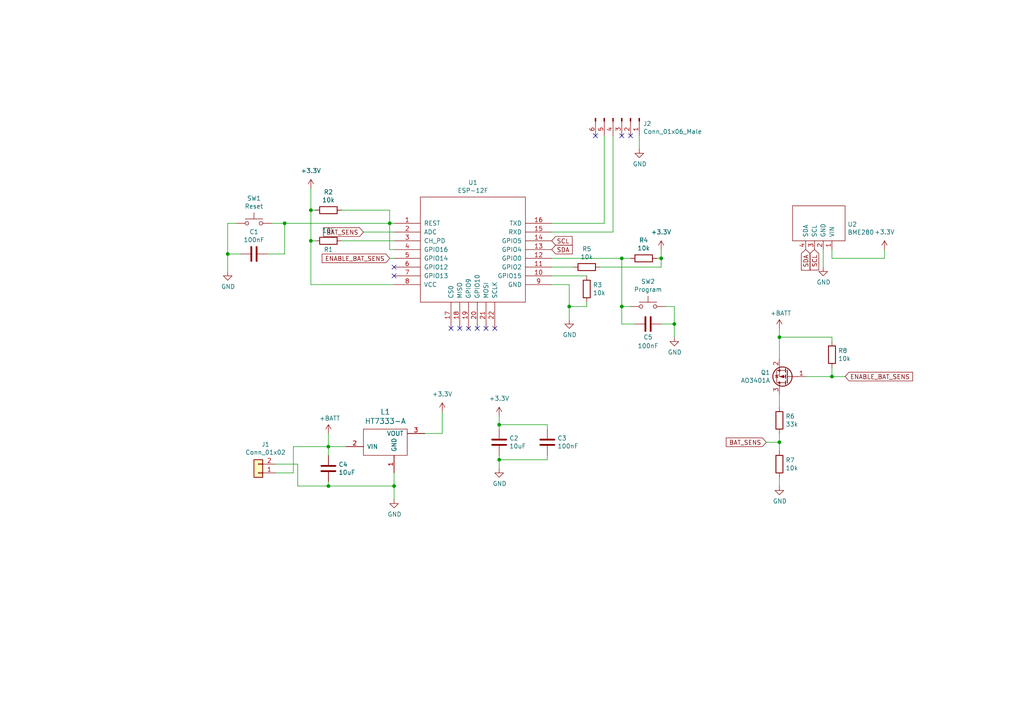
<source format=kicad_sch>
(kicad_sch (version 20211123) (generator eeschema)
  (paper "A4")
  (lib_symbols
    (symbol "Connector:Conn_01x06_Male" (pin_names (offset 1.016) hide)
      (property "Reference" "J" (at 0 7.62 0))
      (property "Value" "Conn_01x06_Male" (at 0 -10.16 0))
      (symbol "Conn_01x06_Male_1_1"
        (polyline (pts (xy 1.27 -7.62) (xy 0.8636 -7.62)) (stroke (width 0.1524)))
        (polyline (pts (xy 1.27 -5.08) (xy 0.8636 -5.08)) (stroke (width 0.1524)))
        (polyline (pts (xy 1.27 -2.54) (xy 0.8636 -2.54)) (stroke (width 0.1524)))
        (polyline (pts (xy 1.27 0) (xy 0.8636 0)) (stroke (width 0.1524)))
        (polyline (pts (xy 1.27 2.54) (xy 0.8636 2.54)) (stroke (width 0.1524)))
        (polyline (pts (xy 1.27 5.08) (xy 0.8636 5.08)) (stroke (width 0.1524)))
        (rectangle (start 0.8636 -7.493) (end 0 -7.747) (stroke (width 0.1524)) (fill (type outline)))
        (rectangle (start 0.8636 -4.953) (end 0 -5.207) (stroke (width 0.1524)) (fill (type outline)))
        (rectangle (start 0.8636 -2.413) (end 0 -2.667) (stroke (width 0.1524)) (fill (type outline)))
        (rectangle (start 0.8636 0.127) (end 0 -0.127) (stroke (width 0.1524)) (fill (type outline)))
        (rectangle (start 0.8636 2.667) (end 0 2.413) (stroke (width 0.1524)) (fill (type outline)))
        (rectangle (start 0.8636 5.207) (end 0 4.953) (stroke (width 0.1524)) (fill (type outline)))
        (pin passive line (at 5.08 5.08 180) (length 3.81) (name "Pin_1") (number "1"))
        (pin passive line (at 5.08 2.54 180) (length 3.81) (name "Pin_2") (number "2"))
        (pin passive line (at 5.08 0 180) (length 3.81) (name "Pin_3") (number "3"))
        (pin passive line (at 5.08 -2.54 180) (length 3.81) (name "Pin_4") (number "4"))
        (pin passive line (at 5.08 -5.08 180) (length 3.81) (name "Pin_5") (number "5"))
        (pin passive line (at 5.08 -7.62 180) (length 3.81) (name "Pin_6") (number "6"))
      )
    )
    (symbol "Connector_Generic:Conn_01x02" (pin_names (offset 1.016) hide)
      (property "Reference" "J" (at 0 2.54 0))
      (property "Value" "Conn_01x02" (at 0 -5.08 0))
      (symbol "Conn_01x02_1_1"
        (rectangle (start -1.27 -2.413) (end 0 -2.667) (stroke (width 0.1524)))
        (rectangle (start -1.27 0.127) (end 0 -0.127) (stroke (width 0.1524)))
        (rectangle (start -1.27 1.27) (end 1.27 -3.81) (stroke (width 0.254)) (fill (type background)))
        (pin passive line (at -5.08 0 0) (length 3.81) (name "Pin_1") (number "1"))
        (pin passive line (at -5.08 -2.54 0) (length 3.81) (name "Pin_2") (number "2"))
      )
    )
    (symbol "Device:C" (pin_numbers hide) (pin_names (offset 0.254))
      (property "Reference" "C" (at 0.635 2.54 0))
      (property "Value" "C" (at 0.635 -2.54 0))
      (symbol "C_0_1"
        (polyline (pts (xy -2.032 -0.762) (xy 2.032 -0.762)) (stroke (width 0.508)))
        (polyline (pts (xy -2.032 0.762) (xy 2.032 0.762)) (stroke (width 0.508)))
      )
      (symbol "C_1_1"
        (pin passive line (at 0 3.81 270) (length 2.794) (name "~") (number "1"))
        (pin passive line (at 0 -3.81 90) (length 2.794) (name "~") (number "2"))
      )
    )
    (symbol "Device:R" (pin_numbers hide) (pin_names (offset 0))
      (property "Reference" "R" (at 2.032 0 90))
      (property "Value" "R" (at 0 0 90))
      (symbol "R_0_1"
        (rectangle (start -1.016 -2.54) (end 1.016 2.54) (stroke (width 0.254)))
      )
      (symbol "R_1_1"
        (pin passive line (at 0 3.81 270) (length 1.27) (name "~") (number "1"))
        (pin passive line (at 0 -3.81 90) (length 1.27) (name "~") (number "2"))
      )
    )
    (symbol "Switch:SW_Push" (pin_numbers hide) (pin_names (offset 1.016) hide)
      (property "Reference" "SW" (at 1.27 2.54 0))
      (property "Value" "SW_Push" (at 0 -1.524 0))
      (symbol "SW_Push_0_1"
        (circle (center -2.032 0) (radius 0.508))
        (polyline (pts (xy 0 1.27) (xy 0 3.048)))
        (polyline (pts (xy 2.54 1.27) (xy -2.54 1.27)))
        (circle (center 2.032 0) (radius 0.508))
        (pin passive line (at -5.08 0 0) (length 2.54) (name "1") (number "1"))
        (pin passive line (at 5.08 0 180) (length 2.54) (name "2") (number "2"))
      )
    )
    (symbol "Transistor_FET:AO3401A" (pin_names hide)
      (property "Reference" "Q" (at 5.08 1.905 0))
      (property "Value" "AO3401A" (at 5.08 0 0))
      (symbol "AO3401A_0_1"
        (polyline (pts (xy 0.254 0) (xy -2.54 0)))
        (polyline (pts (xy 0.254 1.905) (xy 0.254 -1.905)) (stroke (width 0.254)))
        (polyline (pts (xy 0.762 -1.27) (xy 0.762 -2.286)) (stroke (width 0.254)))
        (polyline (pts (xy 0.762 0.508) (xy 0.762 -0.508)) (stroke (width 0.254)))
        (polyline (pts (xy 0.762 2.286) (xy 0.762 1.27)) (stroke (width 0.254)))
        (polyline (pts (xy 2.54 2.54) (xy 2.54 1.778)))
        (polyline (pts (xy 2.54 -2.54) (xy 2.54 0) (xy 0.762 0)))
        (polyline (pts (xy 0.762 1.778) (xy 3.302 1.778) (xy 3.302 -1.778) (xy 0.762 -1.778)))
        (polyline (pts (xy 2.286 0) (xy 1.27 0.381) (xy 1.27 -0.381) (xy 2.286 0)) (fill (type outline)))
        (polyline (pts (xy 2.794 -0.508) (xy 2.921 -0.381) (xy 3.683 -0.381) (xy 3.81 -0.254)))
        (polyline (pts (xy 3.302 -0.381) (xy 2.921 0.254) (xy 3.683 0.254) (xy 3.302 -0.381)))
        (circle (center 1.651 0) (radius 2.794) (stroke (width 0.254)))
        (circle (center 2.54 -1.778) (radius 0.254) (fill (type outline)))
        (circle (center 2.54 1.778) (radius 0.254) (fill (type outline)))
      )
      (symbol "AO3401A_1_1"
        (pin input line (at -5.08 0 0) (length 2.54) (name "G") (number "1"))
        (pin passive line (at 2.54 -5.08 90) (length 2.54) (name "S") (number "2"))
        (pin passive line (at 2.54 5.08 270) (length 2.54) (name "D") (number "3"))
      )
    )
    (symbol "power:+3.3V" (power) (pin_names (offset 0))
      (property "Value" "+3.3V" (at 0 3.556 0))
      (symbol "+3.3V_0_1"
        (polyline (pts (xy -0.762 1.27) (xy 0 2.54)))
        (polyline (pts (xy 0 0) (xy 0 2.54)))
        (polyline (pts (xy 0 2.54) (xy 0.762 1.27)))
      )
      (symbol "+3.3V_1_1"
        (pin power_in line (at 0 0 90) (length 0) hide (name "+3.3V") (number "1"))
      )
    )
    (symbol "power:+BATT" (power) (pin_names (offset 0))
      (property "Value" "+BATT" (at 0 3.556 0))
      (symbol "+BATT_0_1"
        (polyline (pts (xy -0.762 1.27) (xy 0 2.54)))
        (polyline (pts (xy 0 0) (xy 0 2.54)))
        (polyline (pts (xy 0 2.54) (xy 0.762 1.27)))
      )
      (symbol "+BATT_1_1"
        (pin power_in line (at 0 0 90) (length 0) hide (name "+BATT") (number "1"))
      )
    )
    (symbol "power:GND" (power) (pin_names (offset 0))
      (property "Value" "GND" (at 0 -3.81 0))
      (symbol "GND_0_1"
        (polyline (pts (xy 0 0) (xy 0 -1.27) (xy 1.27 -1.27) (xy 0 -2.54) (xy -1.27 -1.27) (xy 0 -1.27)))
      )
      (symbol "GND_1_1"
        (pin power_in line (at 0 0 270) (length 0) hide (name "GND") (number "1"))
      )
    )
    (symbol "sensorbox-battery-powered-rescue:ESP-12F-kicad-ESP8266" (pin_names (offset 1.016))
      (property "Reference" "U" (at 0 -2.54 0))
      (property "Value" "ESP-12F-kicad-ESP8266" (at 0 2.54 0))
      (symbol "ESP-12F-kicad-ESP8266_1_0"
        (rectangle (start -15.24 -15.24) (end 15.24 15.24))
      )
      (symbol "ESP-12F-kicad-ESP8266_1_1"
        (pin input line (at -22.86 7.62 0) (length 7.62) (name "REST") (number "1"))
        (pin bidirectional line (at 22.86 -7.62 180) (length 7.62) (name "GPIO15") (number "10"))
        (pin bidirectional line (at 22.86 -5.08 180) (length 7.62) (name "GPIO2") (number "11"))
        (pin bidirectional line (at 22.86 -2.54 180) (length 7.62) (name "GPIO0") (number "12"))
        (pin bidirectional line (at 22.86 0 180) (length 7.62) (name "GPIO4") (number "13"))
        (pin bidirectional line (at 22.86 2.54 180) (length 7.62) (name "GPIO5") (number "14"))
        (pin input line (at 22.86 5.08 180) (length 7.62) (name "RXD") (number "15"))
        (pin output line (at 22.86 7.62 180) (length 7.62) (name "TXD") (number "16"))
        (pin bidirectional line (at -6.35 -22.86 90) (length 7.62) (name "CS0") (number "17"))
        (pin bidirectional line (at -3.81 -22.86 90) (length 7.62) (name "MISO") (number "18"))
        (pin bidirectional line (at -1.27 -22.86 90) (length 7.62) (name "GPIO9") (number "19"))
        (pin passive line (at -22.86 5.08 0) (length 7.62) (name "ADC") (number "2"))
        (pin bidirectional line (at 1.27 -22.86 90) (length 7.62) (name "GPIO10") (number "20"))
        (pin bidirectional line (at 3.81 -22.86 90) (length 7.62) (name "MOSI") (number "21"))
        (pin bidirectional line (at 6.35 -22.86 90) (length 7.62) (name "SCLK") (number "22"))
        (pin input line (at -22.86 2.54 0) (length 7.62) (name "CH_PD") (number "3"))
        (pin bidirectional line (at -22.86 0 0) (length 7.62) (name "GPIO16") (number "4"))
        (pin bidirectional line (at -22.86 -2.54 0) (length 7.62) (name "GPIO14") (number "5"))
        (pin bidirectional line (at -22.86 -5.08 0) (length 7.62) (name "GPIO12") (number "6"))
        (pin bidirectional line (at -22.86 -7.62 0) (length 7.62) (name "GPIO13") (number "7"))
        (pin power_in line (at -22.86 -10.16 0) (length 7.62) (name "VCC") (number "8"))
        (pin power_in line (at 22.86 -10.16 180) (length 7.62) (name "GND") (number "9"))
      )
    )
    (symbol "sensorbox-battery-powered-rescue:HT7333-A-ht7333-a" (pin_names (offset 1.016))
      (property "Reference" "L" (at -3.81 3.81 0))
      (property "Value" "HT7333-A-ht7333-a" (at -2.54 6.35 0))
      (symbol "HT7333-A-ht7333-a_0_1"
        (rectangle (start -5.08 -2.54) (end 7.62 5.08))
      )
      (symbol "HT7333-A-ht7333-a_1_1"
        (pin input line (at 3.81 -7.62 90) (length 5.08) (name "GND") (number "1"))
        (pin input line (at -10.16 0 0) (length 5.08) (name "VIN") (number "2"))
        (pin input line (at 12.7 3.81 180) (length 5.08) (name "VOUT") (number "3"))
      )
    )
    (symbol "sensorbox:BME280" (pin_names (offset 1.016))
      (property "Reference" "U" (at 0 -2.9972 0))
      (property "Value" "BME280" (at 0 -0.9906 0))
      (symbol "BME280_0_1"
        (polyline (pts (xy -7.62 5.08) (xy 7.62 5.08) (xy 7.62 -5.08) (xy -7.62 -5.08) (xy -7.62 5.08)))
      )
      (symbol "BME280_1_1"
        (pin input line (at -3.81 7.62 270) (length 2.54) (name "VIN") (number "1"))
        (pin input line (at -1.27 7.62 270) (length 2.54) (name "GND") (number "2"))
        (pin input line (at 1.27 7.62 270) (length 2.54) (name "SCL") (number "3"))
        (pin input line (at 3.81 7.62 270) (length 2.54) (name "SDA") (number "4"))
      )
    )
  )
  (junction (at 82.55 64.77))
  (junction (at 113.03 64.77))
  (junction (at 180.34 88.9))
  (junction (at 90.17 69.85))
  (junction (at 226.06 97.79))
  (junction (at 165.1 88.9))
  (junction (at 241.3 109.22))
  (junction (at 144.78 123.19))
  (junction (at 195.58 93.98))
  (junction (at 66.04 73.66))
  (junction (at 191.77 74.93))
  (junction (at 114.3 140.97))
  (junction (at 180.34 74.93))
  (junction (at 95.25 129.54))
  (junction (at 144.78 133.35))
  (junction (at 90.17 60.96))
  (junction (at 226.06 128.27))
  (junction (at 95.25 140.97))
  (no_connect (at 180.34 39.37))
  (no_connect (at 135.89 95.25))
  (no_connect (at 133.35 95.25))
  (no_connect (at 114.3 77.47))
  (no_connect (at 130.81 95.25))
  (no_connect (at 114.3 80.01))
  (no_connect (at 140.97 95.25))
  (no_connect (at 172.72 39.37))
  (no_connect (at 138.43 95.25))
  (no_connect (at 182.88 39.37))
  (no_connect (at 143.51 95.25))
  (wire (pts (xy 86.36 134.62) (xy 86.36 140.97)))
  (wire (pts (xy 160.02 80.01) (xy 170.18 80.01)))
  (wire (pts (xy 158.75 133.35) (xy 144.78 133.35)))
  (wire (pts (xy 185.42 39.37) (xy 185.42 43.18)))
  (wire (pts (xy 144.78 133.35) (xy 144.78 132.08)))
  (wire (pts (xy 114.3 72.39) (xy 113.03 72.39)))
  (wire (pts (xy 66.04 73.66) (xy 66.04 64.77)))
  (wire (pts (xy 184.15 93.98) (xy 180.34 93.98)))
  (wire (pts (xy 91.44 69.85) (xy 90.17 69.85)))
  (wire (pts (xy 85.09 129.54) (xy 95.25 129.54)))
  (wire (pts (xy 160.02 67.31) (xy 177.8 67.31)))
  (wire (pts (xy 165.1 88.9) (xy 165.1 92.71)))
  (wire (pts (xy 66.04 64.77) (xy 68.58 64.77)))
  (wire (pts (xy 222.25 128.27) (xy 226.06 128.27)))
  (wire (pts (xy 144.78 124.46) (xy 144.78 123.19)))
  (wire (pts (xy 241.3 74.93) (xy 256.54 74.93)))
  (wire (pts (xy 82.55 64.77) (xy 113.03 64.77)))
  (wire (pts (xy 160.02 64.77) (xy 175.26 64.77)))
  (wire (pts (xy 95.25 129.54) (xy 95.25 132.08)))
  (wire (pts (xy 245.11 109.22) (xy 241.3 109.22)))
  (wire (pts (xy 82.55 64.77) (xy 82.55 73.66)))
  (wire (pts (xy 123.19 125.73) (xy 128.27 125.73)))
  (wire (pts (xy 95.25 140.97) (xy 86.36 140.97)))
  (wire (pts (xy 241.3 109.22) (xy 233.68 109.22)))
  (wire (pts (xy 170.18 88.9) (xy 165.1 88.9)))
  (wire (pts (xy 99.06 60.96) (xy 113.03 60.96)))
  (wire (pts (xy 95.25 129.54) (xy 95.25 125.73)))
  (wire (pts (xy 100.33 129.54) (xy 95.25 129.54)))
  (wire (pts (xy 180.34 93.98) (xy 180.34 88.9)))
  (wire (pts (xy 90.17 82.55) (xy 114.3 82.55)))
  (wire (pts (xy 226.06 125.73) (xy 226.06 128.27)))
  (wire (pts (xy 95.25 140.97) (xy 114.3 140.97)))
  (wire (pts (xy 66.04 78.74) (xy 66.04 73.66)))
  (wire (pts (xy 113.03 64.77) (xy 113.03 60.96)))
  (wire (pts (xy 113.03 64.77) (xy 114.3 64.77)))
  (wire (pts (xy 90.17 54.61) (xy 90.17 60.96)))
  (wire (pts (xy 191.77 74.93) (xy 191.77 77.47)))
  (wire (pts (xy 113.03 72.39) (xy 113.03 64.77)))
  (wire (pts (xy 195.58 88.9) (xy 195.58 93.98)))
  (wire (pts (xy 226.06 97.79) (xy 226.06 95.25)))
  (wire (pts (xy 95.25 139.7) (xy 95.25 140.97)))
  (wire (pts (xy 144.78 135.89) (xy 144.78 133.35)))
  (wire (pts (xy 165.1 82.55) (xy 165.1 88.9)))
  (wire (pts (xy 160.02 77.47) (xy 166.37 77.47)))
  (wire (pts (xy 158.75 123.19) (xy 144.78 123.19)))
  (wire (pts (xy 82.55 73.66) (xy 77.47 73.66)))
  (wire (pts (xy 91.44 60.96) (xy 90.17 60.96)))
  (wire (pts (xy 105.41 67.31) (xy 114.3 67.31)))
  (wire (pts (xy 226.06 118.11) (xy 226.06 114.3)))
  (wire (pts (xy 113.03 74.93) (xy 114.3 74.93)))
  (wire (pts (xy 241.3 97.79) (xy 226.06 97.79)))
  (wire (pts (xy 90.17 69.85) (xy 90.17 82.55)))
  (wire (pts (xy 114.3 144.78) (xy 114.3 140.97)))
  (wire (pts (xy 69.85 73.66) (xy 66.04 73.66)))
  (wire (pts (xy 144.78 123.19) (xy 144.78 120.65)))
  (wire (pts (xy 190.5 74.93) (xy 191.77 74.93)))
  (wire (pts (xy 226.06 97.79) (xy 226.06 104.14)))
  (wire (pts (xy 114.3 137.16) (xy 114.3 140.97)))
  (wire (pts (xy 160.02 82.55) (xy 165.1 82.55)))
  (wire (pts (xy 170.18 87.63) (xy 170.18 88.9)))
  (wire (pts (xy 160.02 74.93) (xy 180.34 74.93)))
  (wire (pts (xy 241.3 106.68) (xy 241.3 109.22)))
  (wire (pts (xy 191.77 72.39) (xy 191.77 74.93)))
  (wire (pts (xy 85.09 129.54) (xy 85.09 137.16)))
  (wire (pts (xy 173.99 77.47) (xy 191.77 77.47)))
  (wire (pts (xy 191.77 93.98) (xy 195.58 93.98)))
  (wire (pts (xy 180.34 88.9) (xy 180.34 74.93)))
  (wire (pts (xy 128.27 125.73) (xy 128.27 119.38)))
  (wire (pts (xy 238.76 72.39) (xy 238.76 77.47)))
  (wire (pts (xy 158.75 132.08) (xy 158.75 133.35)))
  (wire (pts (xy 241.3 72.39) (xy 241.3 74.93)))
  (wire (pts (xy 86.36 134.62) (xy 80.01 134.62)))
  (wire (pts (xy 158.75 124.46) (xy 158.75 123.19)))
  (wire (pts (xy 241.3 99.06) (xy 241.3 97.79)))
  (wire (pts (xy 180.34 74.93) (xy 182.88 74.93)))
  (wire (pts (xy 193.04 88.9) (xy 195.58 88.9)))
  (wire (pts (xy 256.54 74.93) (xy 256.54 72.39)))
  (wire (pts (xy 85.09 137.16) (xy 80.01 137.16)))
  (wire (pts (xy 226.06 128.27) (xy 226.06 130.81)))
  (wire (pts (xy 78.74 64.77) (xy 82.55 64.77)))
  (wire (pts (xy 195.58 97.79) (xy 195.58 93.98)))
  (wire (pts (xy 175.26 64.77) (xy 175.26 39.37)))
  (wire (pts (xy 90.17 60.96) (xy 90.17 69.85)))
  (wire (pts (xy 99.06 69.85) (xy 114.3 69.85)))
  (wire (pts (xy 177.8 67.31) (xy 177.8 39.37)))
  (wire (pts (xy 182.88 88.9) (xy 180.34 88.9)))
  (wire (pts (xy 226.06 140.97) (xy 226.06 138.43)))
  (global_label "ENABLE_BAT_SENS" (shape input) (at 245.11 109.22 0) (property "Intersheet References" "${INTERSHEET_REFS}" (effects hide)))
  (global_label "ENABLE_BAT_SENS" (shape input) (at 113.03 74.93 180) (property "Intersheet References" "${INTERSHEET_REFS}" (effects hide)))
  (global_label "BAT_SENS" (shape input) (at 105.41 67.31 180) (property "Intersheet References" "${INTERSHEET_REFS}" (effects hide)))
  (global_label "SCL" (shape input) (at 160.02 69.85 0) (property "Intersheet References" "${INTERSHEET_REFS}" (effects hide)))
  (global_label "SDA" (shape input) (at 160.02 72.39 0) (property "Intersheet References" "${INTERSHEET_REFS}" (effects hide)))
  (global_label "BAT_SENS" (shape input) (at 222.25 128.27 180) (property "Intersheet References" "${INTERSHEET_REFS}" (effects hide)))
  (global_label "SCL" (shape input) (at 236.22 72.39 270) (property "Intersheet References" "${INTERSHEET_REFS}" (effects hide)))
  (global_label "SDA" (shape input) (at 233.68 72.39 270) (property "Intersheet References" "${INTERSHEET_REFS}" (effects hide)))
  (symbol (lib_id "sensorbox-battery-powered-rescue:ESP-12F-kicad-ESP8266") (at 137.16 72.39 0) (unit 1)
    (property "Reference" "U1" (at 137.16 52.959 0))
    (property "Value" "ESP-12F" (at 137.16 55.2704 0))
    (property "Footprint" "ESP8266:ESP-12E_SMD" (effects hide))
  )
  (symbol (lib_id "power:GND") (at 165.1 92.71 0) (unit 1)
    (property "Reference" "#PWR0103" (effects hide))
    (property "Value" "GND" (at 165.227 97.1042 0))
  )
  (symbol (lib_id "Connector:Conn_01x06_Male") (at 180.34 34.29 270) (unit 1)
    (property "Reference" "J2" (at 186.5376 35.8648 90) (effects (justify left)))
    (property "Value" "Conn_01x06_Male" (at 186.5376 38.1762 90) (effects (justify left)))
    (property "Footprint" "Connector_PinHeader_2.54mm:PinHeader_1x06_P2.54mm_Vertical" (effects hide))
  )
  (symbol (lib_id "power:GND") (at 185.42 43.18 0) (unit 1)
    (property "Reference" "#PWR0102" (effects hide))
    (property "Value" "GND" (at 185.547 47.5742 0))
  )
  (symbol (lib_id "Device:R") (at 95.25 69.85 270) (unit 1)
    (property "Reference" "R1" (at 95.25 72.39 90))
    (property "Value" "10k" (at 95.25 66.9036 90))
    (property "Footprint" "Resistor_SMD:R_0805_2012Metric" (effects hide))
    (property "LCSC" "C17414" (effects hide))
  )
  (symbol (lib_id "Switch:SW_Push") (at 73.66 64.77 0) (unit 1)
    (property "Reference" "SW1" (at 73.66 57.531 0))
    (property "Value" "Reset" (at 73.66 59.8424 0))
    (property "Footprint" "Button_Switch_THT:SW_PUSH_6mm" (effects hide))
  )
  (symbol (lib_id "Device:R") (at 95.25 60.96 270) (unit 1)
    (property "Reference" "R2" (at 95.25 55.7022 90))
    (property "Value" "10k" (at 95.25 58.0136 90))
    (property "Footprint" "Resistor_SMD:R_0805_2012Metric" (effects hide))
    (property "LCSC" "C17414" (effects hide))
  )
  (symbol (lib_id "Device:R") (at 170.18 83.82 180) (unit 1)
    (property "Reference" "R3" (at 171.958 82.6516 0) (effects (justify right)))
    (property "Value" "10k" (at 171.958 84.963 0) (effects (justify right)))
    (property "Footprint" "Resistor_SMD:R_0805_2012Metric" (effects hide))
    (property "LCSC" "C17414" (effects hide))
  )
  (symbol (lib_id "Device:R") (at 186.69 74.93 270) (unit 1)
    (property "Reference" "R4" (at 186.69 69.6722 90))
    (property "Value" "10k" (at 186.69 71.9836 90))
    (property "Footprint" "Resistor_SMD:R_0805_2012Metric" (effects hide))
    (property "LCSC" "C17414" (effects hide))
  )
  (symbol (lib_id "Device:C") (at 73.66 73.66 90) (unit 1)
    (property "Reference" "C1" (at 73.66 67.2592 90))
    (property "Value" "100nF" (at 73.66 69.5706 90))
    (property "Footprint" "Capacitor_SMD:C_0805_2012Metric" (effects hide))
    (property "LCSC" "C28233" (effects hide))
  )
  (symbol (lib_id "power:GND") (at 66.04 78.74 0) (unit 1)
    (property "Reference" "#PWR0105" (effects hide))
    (property "Value" "GND" (at 66.167 83.1342 0))
  )
  (symbol (lib_id "Device:C") (at 144.78 128.27 0) (unit 1)
    (property "Reference" "C2" (at 147.701 127.1016 0) (effects (justify left)))
    (property "Value" "10uF" (at 147.701 129.413 0) (effects (justify left)))
    (property "Footprint" "Capacitor_SMD:C_0805_2012Metric" (effects hide))
    (property "LCSC" "C15850" (effects hide))
  )
  (symbol (lib_id "power:GND") (at 144.78 135.89 0) (unit 1)
    (property "Reference" "#PWR0107" (effects hide))
    (property "Value" "GND" (at 144.907 140.2842 0))
  )
  (symbol (lib_id "Device:C") (at 158.75 128.27 0) (unit 1)
    (property "Reference" "C3" (at 161.671 127.1016 0) (effects (justify left)))
    (property "Value" "100nF" (at 161.671 129.413 0) (effects (justify left)))
    (property "Footprint" "Capacitor_SMD:C_0805_2012Metric" (effects hide))
    (property "LCSC" "C28233" (effects hide))
  )
  (symbol (lib_id "Device:R") (at 170.18 77.47 270) (unit 1)
    (property "Reference" "R5" (at 170.18 72.2122 90))
    (property "Value" "10k" (at 170.18 74.5236 90))
    (property "Footprint" "Resistor_SMD:R_0805_2012Metric" (effects hide))
    (property "LCSC" "C17414" (effects hide))
  )
  (symbol (lib_id "sensorbox-battery-powered-rescue:HT7333-A-ht7333-a") (at 110.49 129.54 0) (unit 1)
    (property "Reference" "L1" (at 111.76 119.4562 0) (effects (font (size 1.524 1.524))))
    (property "Value" "HT7333-A" (at 111.76 122.1486 0) (effects (font (size 1.524 1.524))))
    (property "Footprint" "Package_TO_SOT_SMD:SOT-89-3" (effects hide))
    (property "LCSC" "C21583" (effects hide))
  )
  (symbol (lib_id "power:GND") (at 114.3 144.78 0) (unit 1)
    (property "Reference" "#PWR0109" (effects hide))
    (property "Value" "GND" (at 114.427 149.1742 0))
  )
  (symbol (lib_id "Device:C") (at 95.25 135.89 0) (unit 1)
    (property "Reference" "C4" (at 98.171 134.7216 0) (effects (justify left)))
    (property "Value" "10uF" (at 98.171 137.033 0) (effects (justify left)))
    (property "Footprint" "Capacitor_SMD:C_0805_2012Metric" (effects hide))
    (property "LCSC" "C15850" (effects hide))
  )
  (symbol (lib_id "Connector_Generic:Conn_01x02") (at 74.93 137.16 180) (unit 1)
    (property "Reference" "J1" (at 77.0128 128.905 0))
    (property "Value" "Conn_01x02" (at 77.0128 131.2164 0))
    (property "Footprint" "Connector_JST:JST_PH_S2B-PH-SM4-TB_1x02-1MP_P2.00mm_Horizontal" (effects hide))
    (property "LCSC" "C295747" (effects hide))
  )
  (symbol (lib_id "Switch:SW_Push") (at 187.96 88.9 0) (unit 1)
    (property "Reference" "SW2" (at 187.96 81.661 0))
    (property "Value" "Program" (at 187.96 83.9724 0))
    (property "Footprint" "Button_Switch_THT:SW_PUSH_6mm" (effects hide))
  )
  (symbol (lib_id "power:GND") (at 195.58 97.79 0) (unit 1)
    (property "Reference" "#PWR0110" (effects hide))
    (property "Value" "GND" (at 195.707 102.1842 0))
  )
  (symbol (lib_id "sensorbox:BME280") (at 237.49 64.77 180) (unit 1)
    (property "Reference" "U2" (at 245.8212 65.0748 0) (effects (justify right)))
    (property "Value" "BME280" (at 245.8212 67.3862 0) (effects (justify right)))
    (property "Footprint" "sensorbox:BME280" (effects hide))
  )
  (symbol (lib_id "power:GND") (at 238.76 77.47 0) (unit 1)
    (property "Reference" "#PWR0112" (effects hide))
    (property "Value" "GND" (at 238.887 81.8642 0))
  )
  (symbol (lib_id "Device:C") (at 187.96 93.98 270) (unit 1)
    (property "Reference" "C5" (at 187.96 97.79 90))
    (property "Value" "100nF" (at 187.96 100.33 90))
    (property "Footprint" "Capacitor_SMD:C_0805_2012Metric" (effects hide))
    (property "LCSC" "C28233" (effects hide))
  )
  (symbol (lib_id "Device:R") (at 226.06 121.92 0) (unit 1)
    (property "Reference" "R6" (at 227.838 120.7516 0) (effects (justify left)))
    (property "Value" "33k" (at 227.838 123.063 0) (effects (justify left)))
    (property "Footprint" "Resistor_SMD:R_0805_2012Metric" (effects hide))
    (property "LCSC" "C17633" (effects hide))
  )
  (symbol (lib_id "Device:R") (at 226.06 134.62 0) (unit 1)
    (property "Reference" "R7" (at 227.838 133.4516 0) (effects (justify left)))
    (property "Value" "10k" (at 227.838 135.763 0) (effects (justify left)))
    (property "Footprint" "Resistor_SMD:R_0805_2012Metric" (effects hide))
    (property "LCSC" "C17414" (effects hide))
  )
  (symbol (lib_id "power:GND") (at 226.06 140.97 0) (unit 1)
    (property "Reference" "#PWR0113" (effects hide))
    (property "Value" "GND" (at 226.187 145.3642 0))
  )
  (symbol (lib_id "power:+BATT") (at 95.25 125.73 0) (unit 1)
    (property "Reference" "#PWR0114" (effects hide))
    (property "Value" "+BATT" (at 95.631 121.3358 0))
  )
  (symbol (lib_id "power:+BATT") (at 226.06 95.25 0) (unit 1)
    (property "Reference" "#PWR0115" (effects hide))
    (property "Value" "+BATT" (at 226.441 90.8558 0))
  )
  (symbol (lib_id "Transistor_FET:AO3401A") (at 228.6 109.22 180) (unit 1)
    (property "Reference" "Q1" (at 223.393 108.0516 0) (effects (justify left)))
    (property "Value" "AO3401A" (at 223.393 110.363 0) (effects (justify left)))
    (property "Footprint" "Package_TO_SOT_SMD:SOT-23" (effects hide))
    (property "Datasheet" "http://www.aosmd.com/pdfs/datasheet/AO3401A.pdf" (effects hide))
    (property "LCSC" "C8549" (effects hide))
  )
  (symbol (lib_id "Device:R") (at 241.3 102.87 0) (unit 1)
    (property "Reference" "R8" (at 243.078 101.7016 0) (effects (justify left)))
    (property "Value" "10k" (at 243.078 104.013 0) (effects (justify left)))
    (property "Footprint" "Resistor_SMD:R_0805_2012Metric" (effects hide))
    (property "LCSC" "C17414" (effects hide))
  )
  (symbol (lib_id "power:+3.3V") (at 128.27 119.38 0) (unit 1)
    (property "Reference" "#PWR?" (effects hide))
    (property "Value" "+3.3V" (at 128.27 114.3 0))
  )
  (symbol (lib_id "power:+3.3V") (at 256.54 72.39 0) (unit 1)
    (property "Reference" "#PWR?" (effects hide))
    (property "Value" "+3.3V" (at 256.54 67.31 0))
  )
  (symbol (lib_id "power:+3.3V") (at 144.78 120.65 0) (unit 1)
    (property "Reference" "#PWR?" (effects hide))
    (property "Value" "+3.3V" (at 144.78 115.57 0))
  )
  (symbol (lib_id "power:+3.3V") (at 191.77 72.39 0) (unit 1)
    (property "Reference" "#PWR?" (effects hide))
    (property "Value" "+3.3V" (at 191.77 67.31 0))
  )
  (symbol (lib_id "power:+3.3V") (at 90.17 54.61 0) (unit 1)
    (property "Reference" "#PWR?" (effects hide))
    (property "Value" "+3.3V" (at 90.17 49.53 0))
  )
)
</source>
